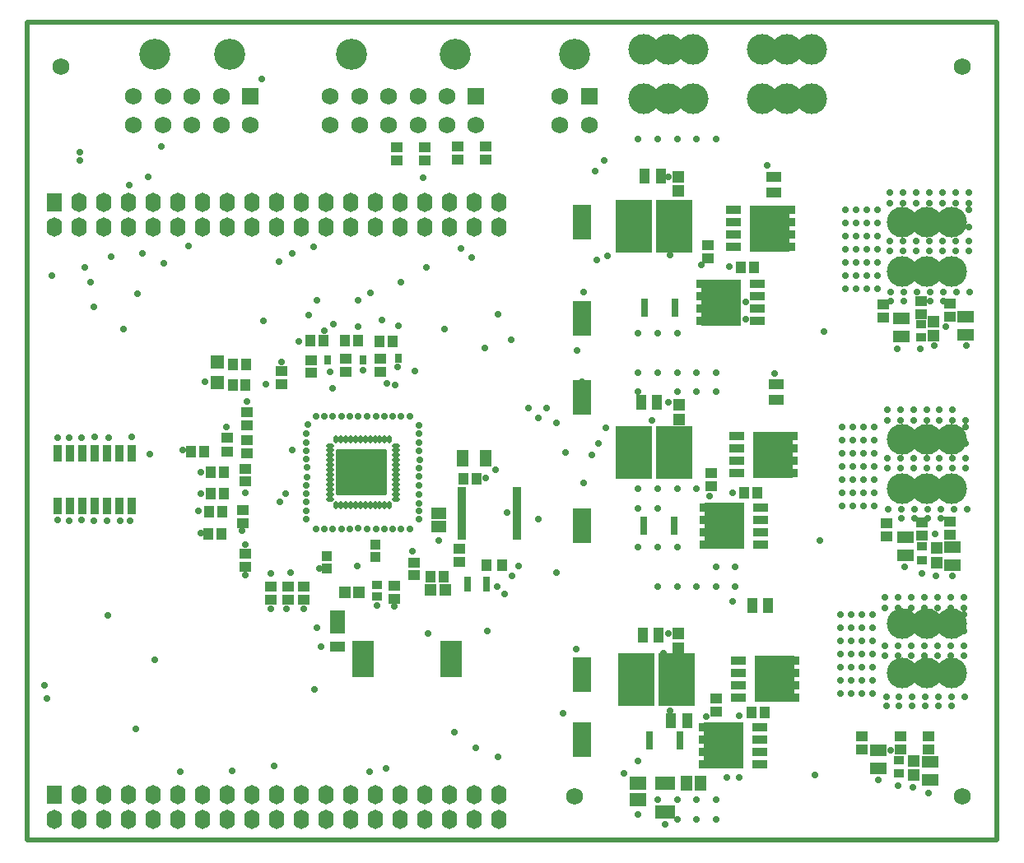
<source format=gts>
G04*
G04 #@! TF.GenerationSoftware,Altium Limited,Altium Designer,19.1.8 (144)*
G04*
G04 Layer_Color=8388736*
%FSLAX25Y25*%
%MOIN*%
G70*
G01*
G75*
%ADD13C,0.01000*%
%ADD14C,0.01968*%
%ADD54R,0.03753X0.21666*%
%ADD55R,0.07808X0.14304*%
%ADD56R,0.06509X0.05524*%
%ADD57R,0.07887X0.05328*%
%ADD58R,0.15958X0.18595*%
%ADD59R,0.03123X0.03595*%
%ADD60R,0.06202X0.03595*%
%ADD61R,0.02965X0.07493*%
%ADD62R,0.04737X0.04934*%
%ADD63R,0.04147X0.04540*%
%ADD64R,0.04934X0.04343*%
%ADD65R,0.08674X0.14580*%
%ADD66R,0.06312X0.09461*%
%ADD67R,0.06312X0.04343*%
%ADD68R,0.04737X0.05131*%
%ADD69R,0.04343X0.03556*%
%ADD70R,0.04343X0.04147*%
%ADD71R,0.04737X0.04343*%
%ADD72R,0.03950X0.04540*%
%ADD73R,0.04540X0.03950*%
%ADD74R,0.04147X0.06115*%
%ADD75R,0.04737X0.06115*%
%ADD76R,0.14619X0.21784*%
%ADD77R,0.06115X0.04147*%
%ADD78R,0.05524X0.05524*%
%ADD79R,0.04343X0.04737*%
%ADD80R,0.04343X0.04934*%
%ADD81R,0.06509X0.04934*%
%ADD82R,0.04540X0.04147*%
%ADD83R,0.04540X0.06902*%
%ADD84R,0.06115X0.05131*%
%ADD85R,0.02965X0.06115*%
%ADD86R,0.04540X0.04934*%
%ADD87R,0.04147X0.03556*%
%ADD88R,0.02572X0.02178*%
%ADD89R,0.03359X0.06804*%
G04:AMPARAMS|DCode=90|XSize=17.45mil|YSize=31.62mil|CornerRadius=5.98mil|HoleSize=0mil|Usage=FLASHONLY|Rotation=270.000|XOffset=0mil|YOffset=0mil|HoleType=Round|Shape=RoundedRectangle|*
%AMROUNDEDRECTD90*
21,1,0.01745,0.01965,0,0,270.0*
21,1,0.00548,0.03162,0,0,270.0*
1,1,0.01197,-0.00983,-0.00274*
1,1,0.01197,-0.00983,0.00274*
1,1,0.01197,0.00983,0.00274*
1,1,0.01197,0.00983,-0.00274*
%
%ADD90ROUNDEDRECTD90*%
G04:AMPARAMS|DCode=91|XSize=17.45mil|YSize=31.62mil|CornerRadius=5.98mil|HoleSize=0mil|Usage=FLASHONLY|Rotation=180.000|XOffset=0mil|YOffset=0mil|HoleType=Round|Shape=RoundedRectangle|*
%AMROUNDEDRECTD91*
21,1,0.01745,0.01965,0,0,180.0*
21,1,0.00548,0.03162,0,0,180.0*
1,1,0.01197,-0.00274,0.00983*
1,1,0.01197,0.00274,0.00983*
1,1,0.01197,0.00274,-0.00983*
1,1,0.01197,-0.00274,-0.00983*
%
%ADD91ROUNDEDRECTD91*%
G04:AMPARAMS|DCode=92|XSize=203.87mil|YSize=189.1mil|CornerRadius=5.81mil|HoleSize=0mil|Usage=FLASHONLY|Rotation=180.000|XOffset=0mil|YOffset=0mil|HoleType=Round|Shape=RoundedRectangle|*
%AMROUNDEDRECTD92*
21,1,0.20387,0.17748,0,0,180.0*
21,1,0.19224,0.18910,0,0,180.0*
1,1,0.01162,-0.09612,0.08874*
1,1,0.01162,0.09612,0.08874*
1,1,0.01162,0.09612,-0.08874*
1,1,0.01162,-0.09612,-0.08874*
%
%ADD92ROUNDEDRECTD92*%
%ADD93C,0.12414*%
%ADD94C,0.06800*%
%ADD95R,0.06633X0.06633*%
%ADD96C,0.06824*%
%ADD97C,0.12611*%
%ADD98R,0.06300X0.07800*%
%ADD99O,0.06300X0.07800*%
%ADD100C,0.02769*%
D13*
X28000Y456642D02*
X28051Y456693D01*
D14*
X420866Y125500D02*
Y456626D01*
X28051Y456693D02*
X420933D01*
X28000Y449500D02*
Y456642D01*
X28000Y125500D02*
X420866Y125500D01*
X28000Y449500D02*
X28000Y125500D01*
D54*
X204232Y257874D02*
D03*
X226476D02*
D03*
D55*
X252756Y337008D02*
D03*
Y375984D02*
D03*
Y166142D02*
D03*
Y252756D02*
D03*
Y192520D02*
D03*
Y304724D02*
D03*
D56*
X275590Y148622D02*
D03*
Y141929D02*
D03*
D57*
X286417Y148622D02*
D03*
Y136811D02*
D03*
D58*
X310236Y163779D02*
D03*
X309307Y343307D02*
D03*
X328882Y373228D02*
D03*
X330732Y190807D02*
D03*
X330063Y281602D02*
D03*
X310488Y252756D02*
D03*
D59*
X301476Y156280D02*
D03*
Y161279D02*
D03*
Y166279D02*
D03*
Y171280D02*
D03*
X300547Y335807D02*
D03*
Y340807D02*
D03*
Y345807D02*
D03*
Y350807D02*
D03*
X337642Y365728D02*
D03*
Y370728D02*
D03*
Y375728D02*
D03*
Y380728D02*
D03*
X339492Y183307D02*
D03*
Y188307D02*
D03*
Y193307D02*
D03*
Y198307D02*
D03*
X338823Y274102D02*
D03*
Y279102D02*
D03*
Y284102D02*
D03*
Y289102D02*
D03*
X301728Y260256D02*
D03*
Y255256D02*
D03*
Y250256D02*
D03*
Y245256D02*
D03*
D60*
X324827Y171280D02*
D03*
Y166279D02*
D03*
Y161279D02*
D03*
Y156280D02*
D03*
X323898Y350807D02*
D03*
Y345807D02*
D03*
Y340807D02*
D03*
Y335807D02*
D03*
X314291Y380728D02*
D03*
Y375728D02*
D03*
Y370728D02*
D03*
Y365728D02*
D03*
X316142Y198307D02*
D03*
Y193307D02*
D03*
Y188307D02*
D03*
Y183307D02*
D03*
X315472Y289102D02*
D03*
Y284102D02*
D03*
Y279102D02*
D03*
Y274102D02*
D03*
X325079Y245256D02*
D03*
Y250256D02*
D03*
Y255256D02*
D03*
Y260256D02*
D03*
D61*
X292421Y165748D02*
D03*
X280020D02*
D03*
X290059Y252756D02*
D03*
X277658D02*
D03*
X290453Y341339D02*
D03*
X278051D02*
D03*
D62*
X396457Y237992D02*
D03*
Y243898D02*
D03*
X291732Y209252D02*
D03*
Y203346D02*
D03*
X292126Y301772D02*
D03*
Y295866D02*
D03*
X291732Y394291D02*
D03*
Y388386D02*
D03*
X395276Y329724D02*
D03*
Y335630D02*
D03*
X387008Y151772D02*
D03*
Y157677D02*
D03*
D63*
X323917Y266142D02*
D03*
X318602D02*
D03*
X326673Y177165D02*
D03*
X321358D02*
D03*
X322342Y357480D02*
D03*
X317028D02*
D03*
X176157Y327500D02*
D03*
X170843D02*
D03*
X162000Y328000D02*
D03*
X156685D02*
D03*
X148000D02*
D03*
X142685D02*
D03*
D64*
X109000Y288500D02*
D03*
Y282791D02*
D03*
X390551Y254232D02*
D03*
Y248917D02*
D03*
X213681Y401083D02*
D03*
Y406398D02*
D03*
X202461Y401083D02*
D03*
Y406398D02*
D03*
X189075Y400787D02*
D03*
Y406102D02*
D03*
X177657Y400787D02*
D03*
Y406102D02*
D03*
X116500Y241500D02*
D03*
Y236185D02*
D03*
X117000Y293500D02*
D03*
Y298815D02*
D03*
X390158Y343996D02*
D03*
Y338681D02*
D03*
X381890Y167618D02*
D03*
Y162303D02*
D03*
X171000Y315342D02*
D03*
Y320657D02*
D03*
X157000Y315342D02*
D03*
Y320657D02*
D03*
X143000Y314685D02*
D03*
Y320000D02*
D03*
D65*
X199716Y199000D02*
D03*
X164284D02*
D03*
D66*
X153740Y213878D02*
D03*
D67*
Y203839D02*
D03*
D68*
X162500Y225886D02*
D03*
X156791D02*
D03*
D69*
X390551Y238976D02*
D03*
Y244488D02*
D03*
X390158Y329134D02*
D03*
Y334646D02*
D03*
X381102Y152362D02*
D03*
Y157874D02*
D03*
D70*
X149508Y235433D02*
D03*
Y240551D02*
D03*
X169291Y240158D02*
D03*
Y245276D02*
D03*
D71*
X131102Y310236D02*
D03*
Y315551D02*
D03*
X184646Y232874D02*
D03*
Y237992D02*
D03*
D72*
X99815Y283000D02*
D03*
X94500D02*
D03*
X111516Y318110D02*
D03*
X116831D02*
D03*
X204842Y272000D02*
D03*
X210157D02*
D03*
D73*
X140157Y228150D02*
D03*
Y222835D02*
D03*
X133858Y228150D02*
D03*
Y222835D02*
D03*
X126772Y228248D02*
D03*
Y222933D02*
D03*
X115500Y259315D02*
D03*
Y254000D02*
D03*
X116500Y276000D02*
D03*
Y270685D02*
D03*
X117000Y282185D02*
D03*
Y287500D02*
D03*
X203150Y243602D02*
D03*
Y238287D02*
D03*
X176772Y223327D02*
D03*
Y228642D02*
D03*
D74*
X295374Y174016D02*
D03*
X288878D02*
D03*
X283957Y208661D02*
D03*
X277461D02*
D03*
X328248Y220472D02*
D03*
X321752D02*
D03*
X276673Y302756D02*
D03*
X283169D02*
D03*
X278248Y394488D02*
D03*
X284744D02*
D03*
D75*
X300905Y148500D02*
D03*
X295000D02*
D03*
D76*
X274803Y190551D02*
D03*
X291024D02*
D03*
X273819Y282480D02*
D03*
X290039D02*
D03*
X273819Y374311D02*
D03*
X290039D02*
D03*
D77*
X331496Y303839D02*
D03*
Y310335D02*
D03*
X330315Y394193D02*
D03*
Y387697D02*
D03*
D78*
X105000Y310866D02*
D03*
Y319134D02*
D03*
D79*
X111441Y310000D02*
D03*
X116559D02*
D03*
X196653Y232283D02*
D03*
X191535D02*
D03*
X220472Y237008D02*
D03*
X214173D02*
D03*
D80*
X107815Y274500D02*
D03*
X102500D02*
D03*
Y266000D02*
D03*
X107815D02*
D03*
X101500Y249500D02*
D03*
X106815D02*
D03*
X107158Y258500D02*
D03*
X101842D02*
D03*
D81*
X383858Y248130D02*
D03*
Y240846D02*
D03*
X382283Y336713D02*
D03*
Y329429D02*
D03*
X372835Y161909D02*
D03*
Y154626D02*
D03*
X393701Y149902D02*
D03*
Y157185D02*
D03*
X408268Y330217D02*
D03*
Y337500D02*
D03*
X402756Y236910D02*
D03*
Y244193D02*
D03*
D82*
X375984Y248524D02*
D03*
Y253839D02*
D03*
X374803Y337106D02*
D03*
Y342421D02*
D03*
X303937Y366437D02*
D03*
Y361122D02*
D03*
X305118Y274311D02*
D03*
Y268996D02*
D03*
X307257Y182776D02*
D03*
Y177461D02*
D03*
X366142Y162303D02*
D03*
Y167618D02*
D03*
X393307D02*
D03*
Y162303D02*
D03*
X401968Y254626D02*
D03*
Y249311D02*
D03*
Y342815D02*
D03*
Y337500D02*
D03*
D83*
X213681Y280315D02*
D03*
X204429D02*
D03*
D84*
X194882Y257874D02*
D03*
Y252362D02*
D03*
D85*
X206398Y229134D02*
D03*
X214075D02*
D03*
D86*
X191634Y226772D02*
D03*
X197343D02*
D03*
D87*
X169882Y224213D02*
D03*
Y228740D02*
D03*
D88*
X178347Y321457D02*
D03*
Y319882D02*
D03*
X164075Y320866D02*
D03*
Y319291D02*
D03*
X149803Y320768D02*
D03*
Y319193D02*
D03*
D89*
X40500Y260823D02*
D03*
X45500D02*
D03*
X50500D02*
D03*
X55500D02*
D03*
X60500D02*
D03*
X65500D02*
D03*
X70500D02*
D03*
Y282177D02*
D03*
X65500D02*
D03*
X60500D02*
D03*
X55500D02*
D03*
X50500D02*
D03*
X45500D02*
D03*
X40500D02*
D03*
D90*
X177445Y263673D02*
D03*
Y265642D02*
D03*
Y267610D02*
D03*
Y269579D02*
D03*
Y271547D02*
D03*
Y273516D02*
D03*
Y275484D02*
D03*
Y277453D02*
D03*
Y279421D02*
D03*
Y281390D02*
D03*
Y283358D02*
D03*
Y285327D02*
D03*
X150673D02*
D03*
Y283358D02*
D03*
Y281390D02*
D03*
Y279421D02*
D03*
Y277453D02*
D03*
Y275484D02*
D03*
Y273516D02*
D03*
Y271547D02*
D03*
Y269579D02*
D03*
Y267610D02*
D03*
Y265642D02*
D03*
Y263673D02*
D03*
D91*
X174886Y287886D02*
D03*
X172917D02*
D03*
X170949D02*
D03*
X168980D02*
D03*
X167012D02*
D03*
X165043D02*
D03*
X163075D02*
D03*
X161106D02*
D03*
X159138D02*
D03*
X157169D02*
D03*
X155201D02*
D03*
X153232D02*
D03*
Y261114D02*
D03*
X155201D02*
D03*
X157169D02*
D03*
X159138D02*
D03*
X161106D02*
D03*
X163075D02*
D03*
X165043D02*
D03*
X167012D02*
D03*
X168980D02*
D03*
X170949D02*
D03*
X172917D02*
D03*
X174886D02*
D03*
D92*
X163319Y274500D02*
D03*
D93*
X392520Y213150D02*
D03*
Y193150D02*
D03*
X402520D02*
D03*
X382520D02*
D03*
Y213150D02*
D03*
X402520D02*
D03*
X392520Y287953D02*
D03*
Y267953D02*
D03*
X402520D02*
D03*
X382520D02*
D03*
Y287953D02*
D03*
X402520D02*
D03*
X392520Y375748D02*
D03*
Y355748D02*
D03*
X402520D02*
D03*
X382520D02*
D03*
Y375748D02*
D03*
X402520D02*
D03*
X287795Y445827D02*
D03*
Y425827D02*
D03*
X297795D02*
D03*
X277795D02*
D03*
Y445827D02*
D03*
X297795D02*
D03*
X335827D02*
D03*
Y425827D02*
D03*
X345827D02*
D03*
X325827D02*
D03*
Y445827D02*
D03*
X345827D02*
D03*
D94*
X41732Y438976D02*
D03*
X406693Y143307D02*
D03*
X249804D02*
D03*
X406693Y438976D02*
D03*
D95*
X255710Y426894D02*
D03*
X209941D02*
D03*
X118504D02*
D03*
D96*
X255710Y415083D02*
D03*
X243898Y426894D02*
D03*
Y415083D02*
D03*
X150885D02*
D03*
X209941D02*
D03*
X150885Y426894D02*
D03*
X162696Y415083D02*
D03*
X198130D02*
D03*
X162696Y426894D02*
D03*
X198130D02*
D03*
X174507Y415083D02*
D03*
Y426894D02*
D03*
X186319Y415083D02*
D03*
Y426894D02*
D03*
X106693D02*
D03*
Y415083D02*
D03*
X94882Y426894D02*
D03*
X83071D02*
D03*
X94882Y415083D02*
D03*
X83071D02*
D03*
X71260Y426894D02*
D03*
X118504Y415083D02*
D03*
X71260D02*
D03*
D97*
X249804Y443902D02*
D03*
X159350D02*
D03*
X201476D02*
D03*
X110039D02*
D03*
X79725D02*
D03*
D98*
X39075Y143760D02*
D03*
Y383760D02*
D03*
D99*
X49075D02*
D03*
X59075D02*
D03*
X69075D02*
D03*
X79075D02*
D03*
X89075D02*
D03*
X99075D02*
D03*
X109075D02*
D03*
X119075D02*
D03*
X129075D02*
D03*
X139075D02*
D03*
X149075D02*
D03*
X159075D02*
D03*
X169075D02*
D03*
X179075D02*
D03*
X189075D02*
D03*
X199075D02*
D03*
X209075D02*
D03*
X219075D02*
D03*
X39075Y373760D02*
D03*
X49075D02*
D03*
X59075D02*
D03*
X69075D02*
D03*
X79075D02*
D03*
X89075D02*
D03*
X99075D02*
D03*
X109075D02*
D03*
X119075D02*
D03*
X129075D02*
D03*
X139075D02*
D03*
X149075D02*
D03*
X159075D02*
D03*
X169075D02*
D03*
X179075D02*
D03*
X189075D02*
D03*
X199075D02*
D03*
X209075D02*
D03*
X219075D02*
D03*
X49075Y143760D02*
D03*
X59075D02*
D03*
X69075D02*
D03*
X79075D02*
D03*
X89075D02*
D03*
X99075D02*
D03*
X109075D02*
D03*
X119075D02*
D03*
X129075D02*
D03*
X139075D02*
D03*
X149075D02*
D03*
X159075D02*
D03*
X169075D02*
D03*
X179075D02*
D03*
X189075D02*
D03*
X199075D02*
D03*
X209075D02*
D03*
X219075D02*
D03*
X39075Y133760D02*
D03*
X49075D02*
D03*
X59075D02*
D03*
X69075D02*
D03*
X79075D02*
D03*
X89075D02*
D03*
X99075D02*
D03*
X109075D02*
D03*
X119075D02*
D03*
X129075D02*
D03*
X139075D02*
D03*
X149075D02*
D03*
X159075D02*
D03*
X169075D02*
D03*
X179075D02*
D03*
X189075D02*
D03*
X199075D02*
D03*
X209075D02*
D03*
X219075D02*
D03*
D100*
X194882Y246850D02*
D03*
X217717Y275590D02*
D03*
X222441Y258268D02*
D03*
X285827Y201181D02*
D03*
X176772Y220079D02*
D03*
X310827Y259252D02*
D03*
X275590Y259842D02*
D03*
X391535Y223819D02*
D03*
X386221D02*
D03*
X380906D02*
D03*
X375590D02*
D03*
X407480Y216929D02*
D03*
Y223819D02*
D03*
Y210039D02*
D03*
X402165Y223819D02*
D03*
X396850D02*
D03*
X391535D02*
D03*
Y219488D02*
D03*
X396850D02*
D03*
X402165D02*
D03*
X407480D02*
D03*
X375590D02*
D03*
X380906D02*
D03*
X386221D02*
D03*
X391535D02*
D03*
Y204134D02*
D03*
X396850D02*
D03*
X402165D02*
D03*
X407480D02*
D03*
X375590D02*
D03*
X380906D02*
D03*
X386221D02*
D03*
X391535D02*
D03*
Y200197D02*
D03*
X396850D02*
D03*
X402165D02*
D03*
X407480D02*
D03*
X375590D02*
D03*
X380906D02*
D03*
X386221D02*
D03*
X391535D02*
D03*
X391929Y183661D02*
D03*
X397244D02*
D03*
X402559D02*
D03*
X407874D02*
D03*
X375984D02*
D03*
X381299D02*
D03*
X386614D02*
D03*
X391929D02*
D03*
Y179724D02*
D03*
X397244D02*
D03*
X402559D02*
D03*
X375984D02*
D03*
X381299D02*
D03*
X386614D02*
D03*
X391929D02*
D03*
X370472Y200787D02*
D03*
Y206102D02*
D03*
Y211417D02*
D03*
Y216732D02*
D03*
Y184843D02*
D03*
Y190157D02*
D03*
Y195472D02*
D03*
Y200787D02*
D03*
X366142D02*
D03*
Y206102D02*
D03*
Y211417D02*
D03*
Y216732D02*
D03*
Y184843D02*
D03*
Y190157D02*
D03*
Y195472D02*
D03*
Y200787D02*
D03*
X361811D02*
D03*
Y206102D02*
D03*
Y211417D02*
D03*
Y216732D02*
D03*
Y184843D02*
D03*
Y190157D02*
D03*
Y195472D02*
D03*
Y200787D02*
D03*
X357480D02*
D03*
Y206102D02*
D03*
Y211417D02*
D03*
Y216732D02*
D03*
Y184843D02*
D03*
Y190157D02*
D03*
Y195472D02*
D03*
Y200787D02*
D03*
X392323Y299803D02*
D03*
X387008D02*
D03*
X381693D02*
D03*
X376378D02*
D03*
X408268Y292913D02*
D03*
Y286024D02*
D03*
X402953Y299803D02*
D03*
X397638D02*
D03*
X392323D02*
D03*
Y295472D02*
D03*
X397638D02*
D03*
X402953D02*
D03*
X408268D02*
D03*
X376378D02*
D03*
X381693D02*
D03*
X387008D02*
D03*
X392323D02*
D03*
Y280118D02*
D03*
X397638D02*
D03*
X402953D02*
D03*
X408268D02*
D03*
X376378D02*
D03*
X381693D02*
D03*
X387008D02*
D03*
X392323D02*
D03*
Y276181D02*
D03*
X397638D02*
D03*
X402953D02*
D03*
X408268D02*
D03*
X376378D02*
D03*
X381693D02*
D03*
X387008D02*
D03*
X392323D02*
D03*
X392717Y259646D02*
D03*
X398031D02*
D03*
X403346D02*
D03*
X408661D02*
D03*
X376772D02*
D03*
X382087D02*
D03*
X387402D02*
D03*
X392717D02*
D03*
X398031Y255709D02*
D03*
X382087D02*
D03*
X387402D02*
D03*
X392717D02*
D03*
X371260Y276772D02*
D03*
Y282087D02*
D03*
Y287402D02*
D03*
Y292717D02*
D03*
Y260827D02*
D03*
Y266142D02*
D03*
Y271457D02*
D03*
Y276772D02*
D03*
X366929D02*
D03*
Y282087D02*
D03*
Y287402D02*
D03*
Y292717D02*
D03*
Y260827D02*
D03*
Y266142D02*
D03*
Y271457D02*
D03*
Y276772D02*
D03*
X362598D02*
D03*
Y282087D02*
D03*
Y287402D02*
D03*
Y292717D02*
D03*
Y260827D02*
D03*
Y266142D02*
D03*
Y271457D02*
D03*
Y276772D02*
D03*
X358268D02*
D03*
Y282087D02*
D03*
Y287402D02*
D03*
Y292717D02*
D03*
Y260827D02*
D03*
Y266142D02*
D03*
Y271457D02*
D03*
Y276772D02*
D03*
X359449Y364764D02*
D03*
Y359449D02*
D03*
Y354134D02*
D03*
Y348819D02*
D03*
Y380709D02*
D03*
Y375394D02*
D03*
Y370079D02*
D03*
Y364764D02*
D03*
X363779D02*
D03*
Y359449D02*
D03*
Y354134D02*
D03*
Y348819D02*
D03*
Y380709D02*
D03*
Y375394D02*
D03*
Y370079D02*
D03*
Y364764D02*
D03*
X368110D02*
D03*
Y359449D02*
D03*
Y354134D02*
D03*
Y348819D02*
D03*
Y380709D02*
D03*
Y375394D02*
D03*
Y370079D02*
D03*
Y364764D02*
D03*
X372441D02*
D03*
Y359449D02*
D03*
Y354134D02*
D03*
Y348819D02*
D03*
Y380709D02*
D03*
Y375394D02*
D03*
Y370079D02*
D03*
Y364764D02*
D03*
X393898Y343701D02*
D03*
X383268D02*
D03*
X377953D02*
D03*
X399213D02*
D03*
X393898D02*
D03*
Y347638D02*
D03*
X388583D02*
D03*
X383268D02*
D03*
X377953D02*
D03*
X409842D02*
D03*
X404528D02*
D03*
X399213D02*
D03*
X393898D02*
D03*
X393504Y364173D02*
D03*
X388189D02*
D03*
X382874D02*
D03*
X377559D02*
D03*
X409449D02*
D03*
X404134D02*
D03*
X398819D02*
D03*
X393504D02*
D03*
Y368110D02*
D03*
X388189D02*
D03*
X382874D02*
D03*
X377559D02*
D03*
X409449D02*
D03*
X404134D02*
D03*
X398819D02*
D03*
X393504D02*
D03*
Y383465D02*
D03*
X388189D02*
D03*
X382874D02*
D03*
X377559D02*
D03*
X409449D02*
D03*
X404134D02*
D03*
X398819D02*
D03*
X393504D02*
D03*
Y387795D02*
D03*
X398819D02*
D03*
X404134D02*
D03*
X409449Y374016D02*
D03*
Y387795D02*
D03*
Y380906D02*
D03*
X377559Y387795D02*
D03*
X382874D02*
D03*
X388189D02*
D03*
X393504D02*
D03*
X142126Y338189D02*
D03*
X319291Y336614D02*
D03*
X400000Y333465D02*
D03*
X349213Y246850D02*
D03*
X311417Y150787D02*
D03*
X350787Y331496D02*
D03*
X347244Y151969D02*
D03*
X311221Y163386D02*
D03*
Y156496D02*
D03*
X316535Y163386D02*
D03*
Y170276D02*
D03*
Y156496D02*
D03*
X311221Y170276D02*
D03*
X310827Y252362D02*
D03*
Y245472D02*
D03*
X316142Y252362D02*
D03*
Y259252D02*
D03*
Y245472D02*
D03*
X308661Y350394D02*
D03*
X313976Y336614D02*
D03*
Y350394D02*
D03*
Y343504D02*
D03*
X319291D02*
D03*
X308661Y336614D02*
D03*
Y343504D02*
D03*
X330709Y314567D02*
D03*
X287943Y394094D02*
D03*
X288583Y362598D02*
D03*
X301279Y358465D02*
D03*
X316535Y175984D02*
D03*
X303150Y175591D02*
D03*
X245276Y176772D02*
D03*
X250394Y202756D02*
D03*
X288583Y177953D02*
D03*
X377952Y161811D02*
D03*
X287795Y209055D02*
D03*
X313779Y222047D02*
D03*
X287795Y302756D02*
D03*
X281102Y295669D02*
D03*
X304331Y264961D02*
D03*
X253543Y270079D02*
D03*
X256673Y281516D02*
D03*
X259449Y286221D02*
D03*
X262598Y292520D02*
D03*
X246063Y282677D02*
D03*
X252756Y311024D02*
D03*
X313779Y266142D02*
D03*
X395669Y249606D02*
D03*
X402756Y232677D02*
D03*
X275590Y181102D02*
D03*
X283465Y267717D02*
D03*
X307087Y228346D02*
D03*
Y307087D02*
D03*
Y314961D02*
D03*
X299213Y133858D02*
D03*
Y228346D02*
D03*
X275590Y330709D02*
D03*
X283465Y314961D02*
D03*
X275590Y244094D02*
D03*
X291339Y314961D02*
D03*
X299213Y141732D02*
D03*
X291339Y307087D02*
D03*
X283465Y141732D02*
D03*
X275590Y409449D02*
D03*
X307087Y141732D02*
D03*
X299213Y267717D02*
D03*
X291339Y409449D02*
D03*
X283465D02*
D03*
X307087Y236220D02*
D03*
X299213Y307087D02*
D03*
X291339Y267717D02*
D03*
X283465Y228346D02*
D03*
X291339D02*
D03*
X275590Y157480D02*
D03*
X291339Y133858D02*
D03*
Y141732D02*
D03*
X299213Y314961D02*
D03*
X283465Y259842D02*
D03*
X299213Y409449D02*
D03*
X283465Y244094D02*
D03*
X275590Y307087D02*
D03*
X291339Y330709D02*
D03*
X275590Y267717D02*
D03*
X283465Y330709D02*
D03*
X314961Y236220D02*
D03*
X307087Y133858D02*
D03*
X291339Y244094D02*
D03*
X307087Y409449D02*
D03*
X314961Y228346D02*
D03*
X275590Y314961D02*
D03*
X312598Y357874D02*
D03*
X253543Y347638D02*
D03*
X250787Y324016D02*
D03*
X327953Y398819D02*
D03*
X258268Y396457D02*
D03*
X261811Y400787D02*
D03*
X258661Y360630D02*
D03*
X262992Y362205D02*
D03*
X408317Y325935D02*
D03*
X380315Y324410D02*
D03*
X235138Y255413D02*
D03*
X214567Y210236D02*
D03*
X227165Y236614D02*
D03*
X147244Y203740D02*
D03*
X184252Y242520D02*
D03*
X126772Y219291D02*
D03*
X126673Y233366D02*
D03*
X179614Y297342D02*
D03*
X176189D02*
D03*
X172764D02*
D03*
X186909Y276082D02*
D03*
X187007Y279527D02*
D03*
X177165Y309842D02*
D03*
X183039Y297342D02*
D03*
X169339D02*
D03*
X165913D02*
D03*
X162205D02*
D03*
X224016Y328346D02*
D03*
X151969Y308661D02*
D03*
X171653Y336221D02*
D03*
X178347Y333858D02*
D03*
X162205Y333465D02*
D03*
X185039Y315354D02*
D03*
X213386Y324803D02*
D03*
X231102Y300394D02*
D03*
X242618Y294488D02*
D03*
X82579Y406398D02*
D03*
X36122Y182874D02*
D03*
X35039Y188189D02*
D03*
X201083Y169095D02*
D03*
X144390Y186516D02*
D03*
X72146Y170374D02*
D03*
X49508Y404331D02*
D03*
X166740Y153157D02*
D03*
X173622Y154429D02*
D03*
X133274Y219302D02*
D03*
X141217Y279780D02*
D03*
X135335Y283366D02*
D03*
X178248Y317028D02*
D03*
X173819Y310630D02*
D03*
X141641Y293813D02*
D03*
X55610Y288976D02*
D03*
X65847Y254823D02*
D03*
X50199Y255131D02*
D03*
X40356Y255032D02*
D03*
X132880Y265859D02*
D03*
X190453Y209154D02*
D03*
X218406Y228346D02*
D03*
X221358Y225098D02*
D03*
X150787Y315256D02*
D03*
X186902Y269220D02*
D03*
Y265402D02*
D03*
X186803Y272744D02*
D03*
X186902Y283205D02*
D03*
Y261976D02*
D03*
Y258945D02*
D03*
X161909Y236417D02*
D03*
X144193Y365748D02*
D03*
X188484Y393799D02*
D03*
X77264Y394094D02*
D03*
X49606Y400689D02*
D03*
X69390Y390846D02*
D03*
X74705Y363090D02*
D03*
X224311Y232579D02*
D03*
X197146Y332677D02*
D03*
X242323Y233957D02*
D03*
X238583Y300394D02*
D03*
X235138Y296555D02*
D03*
X145374Y211516D02*
D03*
X162106Y344094D02*
D03*
X145472Y344193D02*
D03*
X218799Y338583D02*
D03*
X130413Y262402D02*
D03*
X134646Y233760D02*
D03*
X203642Y365158D02*
D03*
X135630Y363090D02*
D03*
X123228Y433760D02*
D03*
X179626Y351378D02*
D03*
X38287Y354232D02*
D03*
X208071Y361417D02*
D03*
X130217Y359744D02*
D03*
X128150Y155610D02*
D03*
X123917Y335728D02*
D03*
X116437Y245177D02*
D03*
X79921Y198622D02*
D03*
X77953Y281988D02*
D03*
X111122Y153543D02*
D03*
X90059Y153051D02*
D03*
X167028Y347244D02*
D03*
X72736Y346850D02*
D03*
X93602Y366240D02*
D03*
X62205Y361910D02*
D03*
X67126Y332677D02*
D03*
X60925Y216535D02*
D03*
X55118Y341535D02*
D03*
X218898Y159055D02*
D03*
X209842Y162992D02*
D03*
X53937Y351575D02*
D03*
X83465Y359055D02*
D03*
X51575Y357480D02*
D03*
X189764Y357480D02*
D03*
X45276Y254921D02*
D03*
X55118D02*
D03*
X60500Y254791D02*
D03*
X69882Y254921D02*
D03*
X70500Y288752D02*
D03*
X61024Y288583D02*
D03*
X50197Y288386D02*
D03*
X45276D02*
D03*
X40354D02*
D03*
X91043Y283465D02*
D03*
X164173Y315846D02*
D03*
X116500Y232909D02*
D03*
X140157Y219291D02*
D03*
X146358Y235630D02*
D03*
X169685Y220472D02*
D03*
X213779Y272047D02*
D03*
X108858Y292913D02*
D03*
X117000Y303024D02*
D03*
X116500Y266106D02*
D03*
X115157Y250984D02*
D03*
X98425Y250000D02*
D03*
X97441Y258858D02*
D03*
X98425Y265748D02*
D03*
Y274606D02*
D03*
X100079Y311024D02*
D03*
X131102Y319291D02*
D03*
X152264Y334646D02*
D03*
X148327Y331693D02*
D03*
X138189Y327362D02*
D03*
X124902Y310039D02*
D03*
X145079Y251658D02*
D03*
X141217Y255520D02*
D03*
Y258945D02*
D03*
Y262370D02*
D03*
Y265795D02*
D03*
Y269220D02*
D03*
X141417Y272646D02*
D03*
X141316Y276354D02*
D03*
X141217Y283205D02*
D03*
Y286630D02*
D03*
Y290055D02*
D03*
X145079Y297342D02*
D03*
X148504D02*
D03*
X151929D02*
D03*
X155354D02*
D03*
X158780D02*
D03*
X186902Y293480D02*
D03*
Y290055D02*
D03*
Y286630D02*
D03*
Y255520D02*
D03*
X183071Y251673D02*
D03*
X179614Y251658D02*
D03*
X176189D02*
D03*
X172764D02*
D03*
X169339D02*
D03*
X165913D02*
D03*
X162205Y251757D02*
D03*
X158760Y251575D02*
D03*
X155354Y251658D02*
D03*
X151929D02*
D03*
X148504D02*
D03*
X316535Y150787D02*
D03*
X286417Y131890D02*
D03*
X269685Y152559D02*
D03*
X275590Y135827D02*
D03*
X393256Y144665D02*
D03*
X386752Y146878D02*
D03*
X380858Y147594D02*
D03*
X372862Y149874D02*
D03*
X395504Y325933D02*
D03*
X389772Y324646D02*
D03*
X396153Y232634D02*
D03*
X390390Y233421D02*
D03*
X383354Y236051D02*
D03*
X160228Y266429D02*
D03*
X166409D02*
D03*
X160228Y271587D02*
D03*
Y277413D02*
D03*
Y282571D02*
D03*
X154508Y271587D02*
D03*
Y277413D02*
D03*
X166409Y271587D02*
D03*
Y277413D02*
D03*
Y282571D02*
D03*
X172130Y277413D02*
D03*
Y271587D02*
D03*
M02*

</source>
